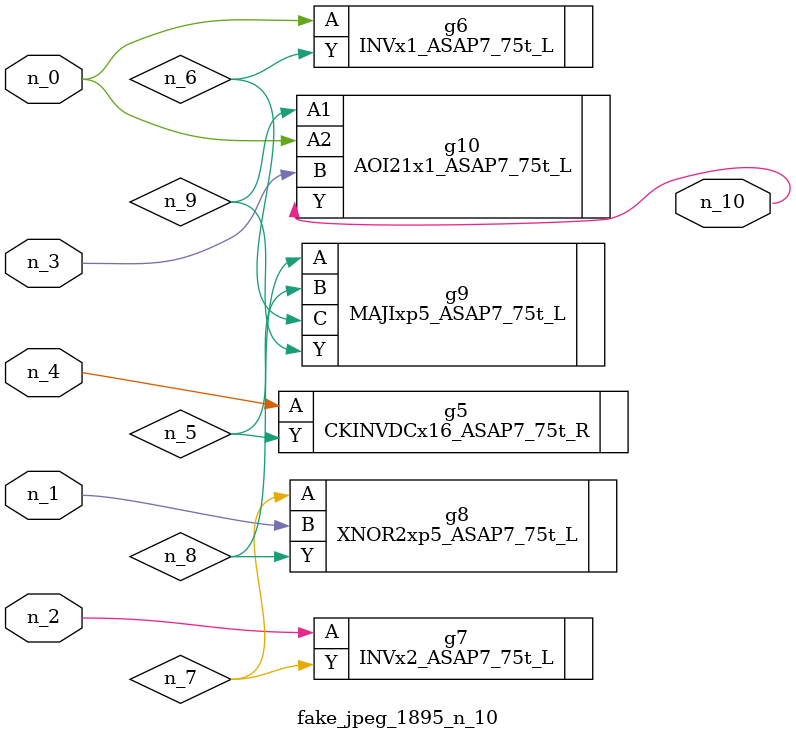
<source format=v>
module fake_jpeg_1895_n_10 (n_3, n_2, n_1, n_0, n_4, n_10);

input n_3;
input n_2;
input n_1;
input n_0;
input n_4;

output n_10;

wire n_8;
wire n_9;
wire n_6;
wire n_5;
wire n_7;

CKINVDCx16_ASAP7_75t_R g5 ( 
.A(n_4),
.Y(n_5)
);

INVx1_ASAP7_75t_L g6 ( 
.A(n_0),
.Y(n_6)
);

INVx2_ASAP7_75t_L g7 ( 
.A(n_2),
.Y(n_7)
);

XNOR2xp5_ASAP7_75t_L g8 ( 
.A(n_7),
.B(n_1),
.Y(n_8)
);

MAJIxp5_ASAP7_75t_L g9 ( 
.A(n_8),
.B(n_5),
.C(n_6),
.Y(n_9)
);

AOI21x1_ASAP7_75t_L g10 ( 
.A1(n_9),
.A2(n_0),
.B(n_3),
.Y(n_10)
);


endmodule
</source>
